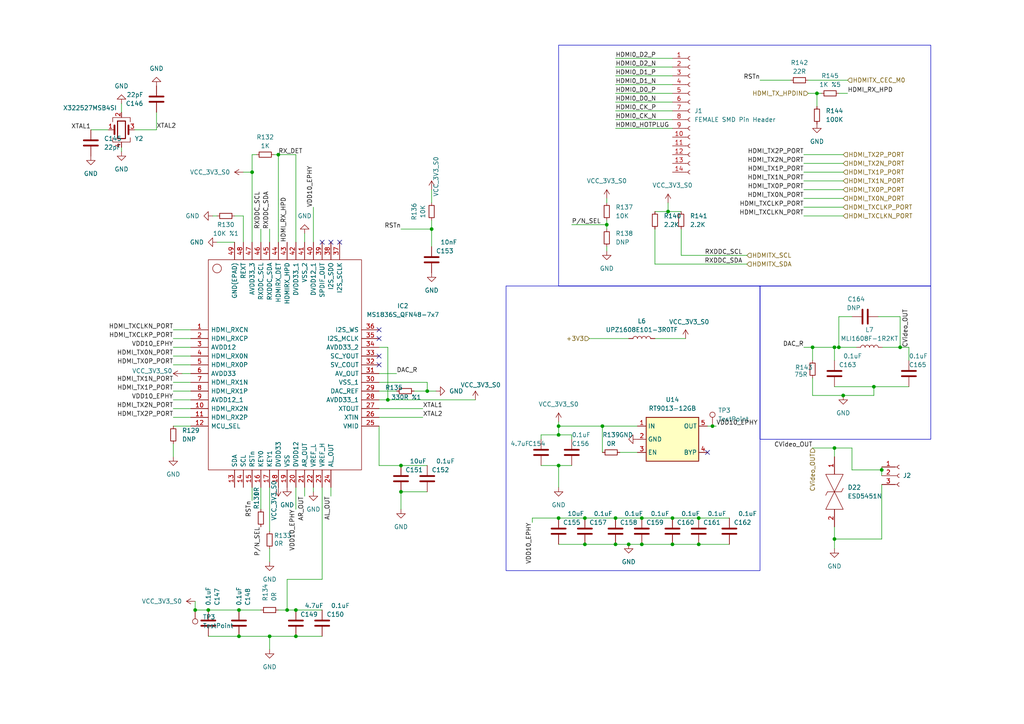
<source format=kicad_sch>
(kicad_sch (version 20230819) (generator eeschema)
  (paper "A4")
  (junction (at 253.4574 112.1637))
  (junction (at 80.7374 44.8537))
  (junction (at 116.2974 142.6437))
  (junction (at 202.6574 157.8837))
  (junction (at 169.6374 150.2637))
  (junction (at 175.9874 65.1737))
  (junction (at 123.9174 113.4337))
  (junction (at 73.1174 49.9337))
  (junction (at 206.6461 123.5937))
  (junction (at 261.0774 100.7337))
  (junction (at 195.0374 157.8837))
  (junction (at 186.1474 150.2637))
  (junction (at 125.1874 66.4437))
  (junction (at 178.5274 157.8837))
  (junction (at 202.6574 150.2637))
  (junction (at 60.4174 176.9337))
  (junction (at 178.5274 150.2637))
  (junction (at 242.0274 156.3403))
  (junction (at 255.7436 136.2937))
  (junction (at 186.1474 157.8837))
  (junction (at 83.2774 176.9337))
  (junction (at 162.0174 126.1337))
  (junction (at 85.8174 184.5537))
  (junction (at 169.6374 157.8837))
  (junction (at 69.3074 184.5537))
  (junction (at 162.0174 123.5937))
  (junction (at 244.5674 114.7037))
  (junction (at 242.0274 129.9437))
  (junction (at 243.2974 100.7337))
  (junction (at 78.1974 184.5537))
  (junction (at 112.4874 115.9737))
  (junction (at 236.9474 27.0737))
  (junction (at 162.0174 150.2637))
  (junction (at 56.6074 176.9337))
  (junction (at 242.0274 100.7337))
  (junction (at 193.7674 61.3637))
  (junction (at 235.6774 100.7337))
  (junction (at 162.0174 135.0237))
  (junction (at 174.7174 123.5937))
  (junction (at 85.8174 176.9337))
  (junction (at 116.2974 135.0237))
  (junction (at 69.3074 176.9337))
  (junction (at 182.3374 157.8837))
  (junction (at 195.0374 150.2637))
  (no_connect (at 109.9474 98.1937))
  (no_connect (at 98.5174 70.2537))
  (no_connect (at 205.1974 131.2137))
  (no_connect (at 109.9474 95.6537))
  (no_connect (at 109.9474 105.8137))
  (no_connect (at 109.9474 103.2737))
  (no_connect (at 95.9774 70.2537))
  (no_connect (at 93.4374 70.2537))
  (wire (pts (xy 169.6374 157.8837) (xy 178.5274 157.8837)))
  (wire (pts (xy 50.2574 118.5137) (xy 55.3374 118.5137)))
  (wire (pts (xy 233.1374 57.5537) (xy 244.5674 57.5537)))
  (wire (pts (xy 169.6374 150.2637) (xy 178.5274 150.2637)))
  (wire (pts (xy 235.6774 114.7037) (xy 235.6774 109.6237)))
  (wire (pts (xy 122.6474 121.0537) (xy 109.9474 121.0537)))
  (wire (pts (xy 174.7174 123.5937) (xy 174.7174 131.2137)))
  (wire (pts (xy 137.8874 115.9737) (xy 112.4874 115.9737)))
  (wire (pts (xy 61.6874 62.6337) (xy 62.9574 62.6337)))
  (wire (pts (xy 179.7974 131.2137) (xy 184.8774 131.2137)))
  (wire (pts (xy 175.9874 65.1737) (xy 175.9874 63.9037)))
  (wire (pts (xy 126.4574 113.4337) (xy 123.9174 113.4337)))
  (wire (pts (xy 120.1074 113.4337) (xy 123.9174 113.4337)))
  (wire (pts (xy 85.8174 176.9337) (xy 83.2774 176.9337)))
  (wire (pts (xy 156.9374 135.0237) (xy 162.0174 135.0237)))
  (wire (pts (xy 73.1174 44.8537) (xy 73.1174 49.9337)))
  (wire (pts (xy 39.045 37.6506) (xy 45.395 37.6506)))
  (wire (pts (xy 165.8274 65.1737) (xy 175.9874 65.1737)))
  (wire (pts (xy 75.6574 147.7237) (xy 75.6574 141.3737)))
  (wire (pts (xy 263.6174 100.7337) (xy 263.6174 104.5437)))
  (wire (pts (xy 109.9474 100.7337) (xy 112.4874 100.7337)))
  (wire (pts (xy 60.4174 176.9337) (xy 56.6074 176.9337)))
  (wire (pts (xy 88.3574 67.7137) (xy 88.3574 70.2537)))
  (wire (pts (xy 235.6774 129.9437) (xy 242.0274 129.9437)))
  (wire (pts (xy 50.2574 113.4337) (xy 55.3374 113.4337)))
  (wire (pts (xy 235.6774 104.5437) (xy 235.6774 100.7337)))
  (wire (pts (xy 83.2774 176.9337) (xy 80.7374 176.9337)))
  (wire (pts (xy 255.7436 136.2937) (xy 255.7436 137.9873)))
  (wire (pts (xy 193.7674 61.3637) (xy 197.5774 61.3637)))
  (wire (pts (xy 243.2974 91.8437) (xy 243.2974 100.7337)))
  (wire (pts (xy 202.6574 150.2637) (xy 211.5474 150.2637)))
  (wire (pts (xy 116.2974 142.6437) (xy 123.9174 142.6437)))
  (wire (pts (xy 69.3074 184.5537) (xy 78.1974 184.5537)))
  (wire (pts (xy 69.3074 176.9337) (xy 60.4174 176.9337)))
  (wire (pts (xy 244.5674 114.7037) (xy 253.4574 114.7037)))
  (wire (pts (xy 116.2974 147.7237) (xy 116.2974 142.6437)))
  (wire (pts (xy 178.5274 29.6137) (xy 195.0374 29.6137)))
  (wire (pts (xy 156.9374 126.1337) (xy 162.0174 126.1337)))
  (wire (pts (xy 112.4874 115.9737) (xy 109.9474 115.9737)))
  (wire (pts (xy 50.2574 95.6537) (xy 55.3374 95.6537)))
  (wire (pts (xy 70.5774 62.6337) (xy 68.0374 62.6337)))
  (wire (pts (xy 233.1374 49.9337) (xy 244.5674 49.9337)))
  (wire (pts (xy 178.5274 37.2337) (xy 195.0374 37.2337)))
  (wire (pts (xy 247.1074 136.2937) (xy 247.1074 129.9437)))
  (wire (pts (xy 162.0174 126.1337) (xy 165.8274 126.1337)))
  (wire (pts (xy 193.7674 58.8237) (xy 193.7674 61.3637)))
  (wire (pts (xy 233.1374 62.6337) (xy 244.5674 62.6337)))
  (wire (pts (xy 50.2574 123.5937) (xy 55.3374 123.5937)))
  (wire (pts (xy 50.2574 100.7337) (xy 55.3374 100.7337)))
  (wire (pts (xy 165.8274 126.1337) (xy 165.8274 127.4037)))
  (wire (pts (xy 50.2574 121.0537) (xy 55.3374 121.0537)))
  (wire (pts (xy 45.395 32.5706) (xy 45.395 37.6506)))
  (wire (pts (xy 255.7436 140.5273) (xy 255.7436 156.3403)))
  (wire (pts (xy 123.9174 110.8937) (xy 123.9174 113.4337)))
  (wire (pts (xy 125.1874 71.5237) (xy 125.1874 66.4437)))
  (wire (pts (xy 255.9974 100.7337) (xy 261.0774 100.7337)))
  (wire (pts (xy 186.1474 150.2637) (xy 195.0374 150.2637)))
  (wire (pts (xy 85.8174 184.5537) (xy 93.4374 184.5537)))
  (wire (pts (xy 178.5274 24.5337) (xy 195.0374 24.5337)))
  (wire (pts (xy 50.2574 115.9737) (xy 55.3374 115.9737)))
  (wire (pts (xy 75.6574 66.4437) (xy 75.6574 70.2537)))
  (wire (pts (xy 174.7174 123.5937) (xy 184.8774 123.5937)))
  (wire (pts (xy 243.2974 100.7337) (xy 242.0274 100.7337)))
  (wire (pts (xy 78.1974 66.4437) (xy 78.1974 70.2537)))
  (wire (pts (xy 112.4874 100.7337) (xy 112.4874 115.9737)))
  (wire (pts (xy 162.0174 157.8837) (xy 169.6374 157.8837)))
  (wire (pts (xy 261.0774 91.8437) (xy 254.7274 91.8437)))
  (wire (pts (xy 242.0274 152.8037) (xy 242.0274 156.3403)))
  (wire (pts (xy 35.235 30.0306) (xy 35.235 32.5706)))
  (wire (pts (xy 78.1974 159.1537) (xy 78.1974 162.9637)))
  (wire (pts (xy 80.7374 44.8537) (xy 80.7374 70.2537)))
  (wire (pts (xy 178.5274 157.8837) (xy 182.3374 157.8837)))
  (wire (pts (xy 122.6474 118.5137) (xy 109.9474 118.5137)))
  (wire (pts (xy 90.8974 60.0937) (xy 90.8974 70.2537)))
  (wire (pts (xy 255.7436 135.4473) (xy 255.7436 136.2937)))
  (wire (pts (xy 73.1174 44.8537) (xy 74.3874 44.8537)))
  (wire (pts (xy 195.0374 150.2637) (xy 202.6574 150.2637)))
  (wire (pts (xy 236.9474 27.0737) (xy 238.2174 27.0737)))
  (wire (pts (xy 154.3974 151.5337) (xy 154.3974 150.2637)))
  (wire (pts (xy 178.5274 21.9937) (xy 195.0374 21.9937)))
  (wire (pts (xy 162.0174 122.3237) (xy 162.0174 123.5937)))
  (wire (pts (xy 253.4574 112.1637) (xy 253.4574 114.7037)))
  (wire (pts (xy 156.9374 127.4037) (xy 156.9374 126.1337)))
  (wire (pts (xy 78.1974 154.0737) (xy 78.1974 141.3737)))
  (wire (pts (xy 78.1974 184.5537) (xy 85.8174 184.5537)))
  (wire (pts (xy 115.0274 113.4337) (xy 109.9474 113.4337)))
  (wire (pts (xy 88.3574 143.9137) (xy 88.3574 141.3737)))
  (wire (pts (xy 178.5274 32.1537) (xy 195.0374 32.1537)))
  (wire (pts (xy 162.0174 123.5937) (xy 174.7174 123.5937)))
  (wire (pts (xy 233.1374 52.4737) (xy 244.5674 52.4737)))
  (wire (pts (xy 247.1074 136.2937) (xy 255.7436 136.2937)))
  (wire (pts (xy 261.0774 100.7337) (xy 263.6174 100.7337)))
  (wire (pts (xy 50.2574 98.1937) (xy 55.3374 98.1937)))
  (wire (pts (xy 234.4074 27.0737) (xy 236.9474 27.0737)))
  (wire (pts (xy 93.4374 141.3737) (xy 93.4374 168.0437)))
  (wire (pts (xy 202.6574 157.8837) (xy 211.5474 157.8837)))
  (wire (pts (xy 242.0274 156.3403) (xy 242.0274 159.1537)))
  (wire (pts (xy 189.9574 61.3637) (xy 193.7674 61.3637)))
  (wire (pts (xy 93.4374 168.0437) (xy 83.2774 168.0437)))
  (wire (pts (xy 115.0274 108.3537) (xy 109.9474 108.3537)))
  (wire (pts (xy 242.0274 112.1637) (xy 253.4574 112.1637)))
  (wire (pts (xy 123.9174 135.0237) (xy 116.2974 135.0237)))
  (wire (pts (xy 248.3774 100.7337) (xy 243.2974 100.7337)))
  (wire (pts (xy 70.5774 62.6337) (xy 70.5774 70.2537)))
  (wire (pts (xy 242.0274 129.9437) (xy 242.0274 132.4837)))
  (wire (pts (xy 178.5274 150.2637) (xy 186.1474 150.2637)))
  (wire (pts (xy 50.2574 103.2737) (xy 55.3374 103.2737)))
  (wire (pts (xy 83.2774 168.0437) (xy 83.2774 176.9337)))
  (wire (pts (xy 178.5274 34.6937) (xy 195.0374 34.6937)))
  (wire (pts (xy 85.8174 70.2537) (xy 85.8174 44.8537)))
  (wire (pts (xy 50.2574 132.4837) (xy 50.2574 128.6737)))
  (wire (pts (xy 79.4674 44.8537) (xy 80.7374 44.8537)))
  (wire (pts (xy 189.9574 76.6037) (xy 216.6274 76.6037)))
  (wire (pts (xy 170.9074 98.1937) (xy 182.3374 98.1937)))
  (wire (pts (xy 195.0374 157.8837) (xy 202.6574 157.8837)))
  (wire (pts (xy 247.1074 129.9437) (xy 242.0274 129.9437)))
  (wire (pts (xy 236.9474 30.8837) (xy 236.9474 27.0737)))
  (wire (pts (xy 95.9774 143.9137) (xy 95.9774 141.3737)))
  (wire (pts (xy 175.9874 72.7937) (xy 175.9874 71.5237)))
  (wire (pts (xy 62.9574 70.2537) (xy 68.0374 70.2537)))
  (wire (pts (xy 234.4074 23.2637) (xy 245.8374 23.2637)))
  (wire (pts (xy 73.1174 70.2537) (xy 73.1174 49.9337)))
  (wire (pts (xy 26.345 37.6506) (xy 31.425 37.6506)))
  (wire (pts (xy 197.5774 74.0637) (xy 216.6274 74.0637)))
  (wire (pts (xy 189.9574 66.4437) (xy 189.9574 76.6037)))
  (wire (pts (xy 235.6774 100.7337) (xy 242.0274 100.7337)))
  (wire (pts (xy 35.235 44.0006) (xy 35.235 42.7306)))
  (wire (pts (xy 261.0774 91.8437) (xy 261.0774 100.7337)))
  (wire (pts (xy 75.6574 176.9337) (xy 69.3074 176.9337)))
  (wire (pts (xy 233.1374 47.3937) (xy 244.5674 47.3937)))
  (wire (pts (xy 56.6074 176.9337) (xy 56.6074 174.3937)))
  (wire (pts (xy 178.5274 19.4537) (xy 195.0374 19.4537)))
  (wire (pts (xy 243.2974 91.8437) (xy 247.1074 91.8437)))
  (wire (pts (xy 233.1374 55.0137) (xy 244.5674 55.0137)))
  (wire (pts (xy 233.1374 60.0937) (xy 244.5674 60.0937)))
  (wire (pts (xy 125.1874 66.4437) (xy 125.1874 63.9037)))
  (wire (pts (xy 206.6461 123.5937) (xy 205.1974 123.5937)))
  (wire (pts (xy 109.9474 110.8937) (xy 123.9174 110.8937)))
  (wire (pts (xy 242.0274 156.3403) (xy 255.7436 156.3403)))
  (wire (pts (xy 197.5774 66.4437) (xy 197.5774 74.0637)))
  (wire (pts (xy 175.9874 58.8237) (xy 175.9874 57.5537)))
  (wire (pts (xy 90.8974 142.6437) (xy 90.8974 141.3737)))
  (wire (pts (xy 178.5274 27.0737) (xy 195.0374 27.0737)))
  (wire (pts (xy 178.5274 16.9137) (xy 195.0374 16.9137)))
  (wire (pts (xy 116.2974 66.4437) (xy 125.1874 66.4437)))
  (wire (pts (xy 60.4174 184.5537) (xy 69.3074 184.5537)))
  (wire (pts (xy 78.1974 188.3637) (xy 78.1974 184.5537)))
  (wire (pts (xy 162.0174 135.0237) (xy 165.8274 135.0237)))
  (wire (pts (xy 85.8174 44.8537) (xy 80.7374 44.8537)))
  (wire (pts (xy 73.1174 49.9337) (xy 70.5774 49.9337)))
  (wire (pts (xy 116.2974 135.0237) (xy 109.9474 135.0237)))
  (wire (pts (xy 109.9474 135.0237) (xy 109.9474 123.5937)))
  (wire (pts (xy 182.3374 157.8837) (xy 186.1474 157.8837)))
  (wire (pts (xy 93.4374 176.9337) (xy 85.8174 176.9337)))
  (wire (pts (xy 189.9574 98.1937) (xy 198.8474 98.1937)))
  (wire (pts (xy 242.0274 100.7337) (xy 242.0274 104.5437)))
  (wire (pts (xy 50.2574 105.8137) (xy 55.3374 105.8137)))
  (wire (pts (xy 162.0174 123.5937) (xy 162.0174 126.1337)))
  (wire (pts (xy 243.2974 27.0737) (xy 245.8374 27.0737)))
  (wire (pts (xy 73.1174 145.1837) (xy 73.1174 141.3737)))
  (wire (pts (xy 186.1474 157.8837) (xy 195.0374 157.8837)))
  (wire (pts (xy 233.1374 44.8537) (xy 244.5674 44.8537)))
  (wire (pts (xy 50.2574 110.8937) (xy 55.3374 110.8937)))
  (wire (pts (xy 175.9874 66.4437) (xy 175.9874 65.1737)))
  (wire (pts (xy 125.1874 58.8237) (xy 125.1874 55.0137)))
  (wire (pts (xy 52.7974 108.3537) (xy 55.3374 108.3537)))
  (wire (pts (xy 162.0174 135.0237) (xy 162.0174 141.3737)))
  (wire (pts (xy 85.8174 147.7237) (xy 85.8174 141.3737)))
  (wire (pts (xy 253.4574 112.1637) (xy 263.6174 112.1637)))
  (wire (pts (xy 235.6774 114.7037) (xy 244.5674 114.7037)))
  (wire (pts (xy 220.4374 23.2637) (xy 229.3274 23.2637)))
  (wire (pts (xy 235.6774 100.7337) (xy 233.1374 100.7337)))
  (wire (pts (xy 207.7374 123.5937) (xy 206.6461 123.5937)))
  (wire (pts (xy 162.0174 150.2637) (xy 169.6374 150.2637)))
  (wire (pts (xy 154.3974 150.2637) (xy 162.0174 150.2637)))
  (rectangle (start 146.7774 82.9537) (end 220.4374 165.5037))
  (rectangle (start 220.4374 82.9537) (end 269.9674 127.4037))
  (rectangle (start 162.0174 13.1037) (end 269.9674 82.9537))
  (label "CVideo_OUT" (at 263.6174 100.7337 90))
  (label "HDMI0_CK_N" (at 178.5274 34.6937 0))
  (label "P{slash}N_SEL" (at 75.6574 152.8037 270))
  (label "XTAL1" (at 26.345 37.6506 180))
  (label "HDMI_TXCLKP_PORT" (at 233.1374 60.0937 180))
  (label "HDMI0_D1_P" (at 178.5274 21.9937 0))
  (label "HDMI_TXCLKP_PORT" (at 50.2574 98.1937 180))
  (label "HDMI_TX1P_PORT" (at 50.2574 113.4337 180))
  (label "RSTn" (at 73.1174 145.1837 270))
  (label "HDMI0_D1_N" (at 178.5274 24.5337 0))
  (label "P{slash}N_SEL" (at 165.8274 65.1737 0))
  (label "DAC_R" (at 233.1374 100.7337 180))
  (label "RXDDC_SCL" (at 215.3574 74.0637 180))
  (label "HDMI_TX1P_PORT" (at 233.1374 49.9337 180))
  (label "DAC_R" (at 115.0274 108.3537 0))
  (label "HDMI0_D2_P" (at 178.5274 16.9137 0))
  (label "VDD10_EPHY" (at 85.8174 147.7237 270))
  (label "AL_OUT" (at 95.9774 143.9137 270))
  (label "RSTn" (at 220.4374 23.2637 180))
  (label "HDMI_TX0P_PORT" (at 50.2574 105.8137 180))
  (label "HDMI0_D2_N" (at 178.5274 19.4537 0))
  (label "VDD10_EPHY" (at 50.2574 115.9737 180))
  (label "HDMI_TX2N_PORT" (at 233.1374 47.3937 180))
  (label "HDMI0_HOTPLUG" (at 178.5274 37.2337 0))
  (label "HDMI0_D0_N" (at 178.5274 29.6137 0))
  (label "VDD10_EPHY" (at 207.7374 123.5937 0))
  (label "CVideo_OUT" (at 235.6774 129.9437 180))
  (label "HDMI_TX1N_PORT" (at 50.2574 110.8937 180))
  (label "HDMI_TX1N_PORT" (at 233.1374 52.4737 180))
  (label "HDMI_TX0N_PORT" (at 50.2574 103.2737 180))
  (label "HDMI_TX0N_PORT" (at 233.1374 57.5537 180))
  (label "VDD10_EPHY" (at 154.3974 151.5337 270))
  (label "HDMI0_CK_P" (at 178.5274 32.1537 0))
  (label "HDMI_TX2N_PORT" (at 50.2574 118.5137 180))
  (label "RXDDC_SDA" (at 215.3574 76.6037 180))
  (label "HDMI_TXCLKN_PORT" (at 50.2574 95.6537 180))
  (label "RSTn" (at 116.2974 66.4437 180))
  (label "RXDDC_SDA" (at 78.1974 66.4437 90))
  (label "VDD10_EPHY" (at 90.8974 60.0937 90))
  (label "XTAL2" (at 122.6474 121.0537 0))
  (label "XTAL1" (at 122.6474 118.5137 0))
  (label "HDMI0_D0_P" (at 178.5274 27.0737 0))
  (label "XTAL2" (at 45.395 37.4969 0))
  (label "HDMI_RX_HPD" (at 245.8374 27.0737 0))
  (label "RX_DET" (at 80.7374 44.8537 0))
  (label "HDMI_RX_HPD" (at 83.2774 70.2537 90))
  (label "HDMI_TX2P_PORT" (at 50.2574 121.0537 180))
  (label "AR_OUT" (at 88.3574 143.9137 270))
  (label "HDMI_TX2P_PORT" (at 233.1374 44.8537 180))
  (label "HDMI_TXCLKN_PORT" (at 233.1374 62.6337 180))
  (label "VDD10_EPHY" (at 50.2574 100.7337 180))
  (label "HDMI_TX0P_PORT" (at 233.1374 55.0137 180))
  (label "RXDDC_SCL" (at 75.6574 66.4437 90))
  (hierarchical_label "HDMI_TX0P_PORT" (shape input) (at 244.5674 55.0137 0))
  (hierarchical_label "HDMITX_CEC_M0" (shape input) (at 245.8374 23.2637 0))
  (hierarchical_label "HDMI_TX1P_PORT" (shape input) (at 244.5674 49.9337 0))
  (hierarchical_label "+3V3" (shape input) (at 170.9074 98.1937 180))
  (hierarchical_label "HDMI_TXCLKN_PORT" (shape input) (at 244.5674 62.6337 0))
  (hierarchical_label "HDMITX_SDA" (shape input) (at 216.6274 76.6037 0))
  (hierarchical_label "HDMI_TX2P_PORT" (shape input) (at 244.5674 44.8537 0))
  (hierarchical_label "HDMI_TX_HPDIN" (shape input) (at 234.4074 27.0737 180))
  (hierarchical_label "HDMI_TX1N_PORT" (shape input) (at 244.5674 52.4737 0))
  (hierarchical_label "HDMI_TX0N_PORT" (shape input) (at 244.5674 57.5537 0))
  (hierarchical_label "HDMITX_SCL" (shape input) (at 216.6274 74.0637 0))
  (hierarchical_label "HDMI_TXCLKP_PORT" (shape input) (at 244.5674 60.0937 0))
  (hierarchical_label "HDMI_TX2N_PORT" (shape input) (at 244.5674 47.3937 0))
  (hierarchical_label "CVideo_OUT" (shape input) (at 235.6774 129.9437 270))
  (symbol (lib_id "power:GND") (at 236.9474 35.9637 0) (unit 1)
    (property "Reference" "#PWR0188" (effects hide))
    (property "Value" "GND" (at 236.9474 41.0437 0))
    (property "Description" "Power symbol creates a global label with name \"GND\" , ground" (effects hide))
    (instances (project "RP2040_minimal" (path "" (reference "#PWR0188") (unit 1))) (project "HDMI_CVBS" (path "" (reference "#PWR087") (unit 1))) (project "HDMI_CVBS" (path "" (reference "#PWR08") (unit 1))))
  )
  (symbol (lib_id "Device:R_Small") (at 236.9474 33.4237 0) (unit 1)
    (property "Reference" "R144" (at 239.4874 32.1537 0) (effects (justify left)))
    (property "Value" "100K" (at 239.4874 34.6937 0) (effects (justify left)))
    (property "Footprint" "Resistor_SMD:R_0603_1608Metric" (effects hide))
    (property "Description" "Resistor, small symbol" (effects hide))
    (instances (project "RP2040_minimal" (path "" (reference "R144") (unit 1))) (project "HDMI_CVBS" (path "" (reference "R50") (unit 1))) (project "HDMI_CVBS" (path "" (reference "R7") (unit 1))))
  )
  (symbol (lib_id "Device:R_Small") (at 240.7574 27.0737 270) (unit 1)
    (property "Reference" "R145" (at 240.7574 21.9937 90))
    (property "Value" "1K %5" (at 240.7574 24.5337 90))
    (property "Footprint" "Resistor_SMD:R_0603_1608Metric" (effects hide))
    (property "Description" "Resistor, small symbol" (effects hide))
    (instances (project "RP2040_minimal" (path "" (reference "R145") (unit 1))) (project "HDMI_CVBS" (path "" (reference "R51") (unit 1))) (project "HDMI_CVBS" (path "" (reference "R6") (unit 1))))
  )
  (symbol (lib_id "Device:C") (at 165.8274 131.2137 0) (unit 1)
    (property "Reference" "C156" (at 165.8274 128.6737 0) (effects (justify left)))
    (property "Value" "0.1uF" (at 165.8274 126.1337 0) (effects (justify left)))
    (property "Footprint" "Capacitor_SMD:C_0603_1608Metric" (effects hide))
    (property "Description" "Unpolarized capacitor" (effects hide))
    (instances (project "RP2040_minimal" (path "" (reference "C156") (unit 1))) (project "HDMI_CVBS" (path "" (reference "C73") (unit 1))) (project "HDMI_CVBS" (path "" (reference "C4") (unit 1))))
  )
  (symbol (lib_id "power:GND") (at 244.5674 114.7037 0) (unit 1)
    (property "Reference" "#PWR0190" (effects hide))
    (property "Value" "GND" (at 244.5674 119.7837 0))
    (property "Description" "Power symbol creates a global label with name \"GND\" , ground" (effects hide))
    (instances (project "RP2040_minimal" (path "" (reference "#PWR0190") (unit 1))) (project "HDMI_CVBS" (path "" (reference "#PWR089") (unit 1))) (project "HDMI_CVBS" (path "" (reference "#PWR015") (unit 1))))
  )
  (symbol (lib_id "Device:C") (at 156.9374 131.2137 0) (unit 1)
    (property "Reference" "C154" (at 153.1274 128.6737 0) (effects (justify left)))
    (property "Value" "4.7uF" (at 148.0474 128.6737 0) (effects (justify left)))
    (property "Footprint" "Capacitor_SMD:C_0603_1608Metric" (effects hide))
    (property "Description" "Unpolarized capacitor" (effects hide))
    (instances (project "RP2040_minimal" (path "" (reference "C154") (unit 1))) (project "HDMI_CVBS" (path "" (reference "C71") (unit 1))) (project "HDMI_CVBS" (path "" (reference "C3") (unit 1))))
  )
  (symbol (lib_id "power:GND") (at 126.4574 113.4337 90) (unit 1)
    (property "Reference" "#PWR0166" (effects hide))
    (property "Value" "GND" (at 130.2674 113.4337 90) (effects (justify right)))
    (property "Description" "Power symbol creates a global label with name \"GND\" , ground" (effects hide))
    (instances (project "RP2040_minimal" (path "" (reference "#PWR0166") (unit 1))) (project "HDMI_CVBS" (path "" (reference "#PWR075") (unit 1))) (project "HDMI_CVBS" (path "" (reference "#PWR027") (unit 1))))
  )
  (symbol (lib_id "power:GND") (at 61.6874 62.6337 270) (unit 1)
    (property "Reference" "#PWR0150" (effects hide))
    (property "Value" "GND" (at 57.8774 62.6337 90) (effects (justify right)))
    (property "Description" "Power symbol creates a global label with name \"GND\" , ground" (effects hide))
    (instances (project "RP2040_minimal" (path "" (reference "#PWR0150") (unit 1))) (project "HDMI_CVBS" (path "" (reference "#PWR064") (unit 1))) (project "HDMI_CVBS" (path "" (reference "#PWR032") (unit 1))))
  )
  (symbol (lib_id "Connector:Conn_01x03_Socket") (at 260.8236 137.9873 0) (unit 1)
    (property "Reference" "J2" (at 261.874 137.922 0) (effects (justify left)))
    (property "Value" "Phono RCA Jack Mono Connector Solder (Boktech advise)" (effects hide))
    (property "Footprint" "AV_CONNECTOR:AV_CON" (effects hide))
    (property "Description" "Generic connector, single row, 01x03, script generated" (effects hide))
  )
  (symbol (lib_id "power:GND") (at 35.235 30.0306 180) (unit 1)
    (property "Reference" "#PWR07" (effects hide))
    (property "Value" "GND" (at 35.235 24.9506 0))
    (property "Description" "Power symbol creates a global label with name \"GND\" , ground" (effects hide))
    (instances (project "RP2040_minimal" (path "" (reference "#PWR07") (unit 1))) (project "HDMI_CVBS" (path "" (reference "#PWR058") (unit 1))) (project "HDMI_CVBS" (path "" (reference "#PWR02") (unit 1))))
  )
  (symbol (lib_id "Device:R_Small") (at 76.9274 44.8537 90) (unit 1)
    (property "Reference" "R132" (at 76.9274 39.7737 90))
    (property "Value" "1K" (at 76.9274 42.3137 90))
    (property "Footprint" "Resistor_SMD:R_0603_1608Metric" (effects hide))
    (property "Description" "Resistor, small symbol" (effects hide))
    (instances (project "RP2040_minimal" (path "" (reference "R132") (unit 1))) (project "HDMI_CVBS" (path "" (reference "R38") (unit 1))) (project "HDMI_CVBS" (path "" (reference "R17") (unit 1))))
  )
  (symbol (lib_id "power:GND") (at 125.1874 79.1437 0) (unit 1)
    (property "Reference" "#PWR0165" (effects hide))
    (property "Value" "GND" (at 125.1874 84.2237 0))
    (property "Description" "Power symbol creates a global label with name \"GND\" , ground" (effects hide))
    (instances (project "RP2040_minimal" (path "" (reference "#PWR0165") (unit 1))) (project "HDMI_CVBS" (path "" (reference "#PWR077") (unit 1))) (project "HDMI_CVBS" (path "" (reference "#PWR029") (unit 1))))
  )
  (symbol (lib_id "Device:R_Small") (at 197.5774 63.9037 180) (unit 1)
    (property "Reference" "R141" (at 200.1174 62.6337 0) (effects (justify right)))
    (property "Value" "2.2K" (at 200.1174 65.1737 0) (effects (justify right)))
    (property "Footprint" "Resistor_SMD:R_0603_1608Metric" (effects hide))
    (property "Description" "Resistor, small symbol" (effects hide))
    (instances (project "RP2040_minimal" (path "" (reference "R141") (unit 1))) (project "HDMI_CVBS" (path "" (reference "R47") (unit 1))) (project "HDMI_CVBS" (path "" (reference "R1") (unit 1))))
  )
  (symbol (lib_id "Device:R_Small") (at 50.2574 126.1337 180) (unit 1)
    (property "Reference" "R129" (at 52.7974 124.8637 0) (effects (justify right)))
    (property "Value" "DNP" (at 52.7974 127.4037 0) (effects (justify right)))
    (property "Footprint" "Resistor_SMD:R_0402_1005Metric" (effects hide))
    (property "Description" "Resistor, small symbol" (effects hide))
    (instances (project "RP2040_minimal" (path "" (reference "R129") (unit 1))) (project "HDMI_CVBS" (path "" (reference "R35") (unit 1))) (project "HDMI_CVBS" (path "" (reference "R10") (unit 1))))
  )
  (symbol (lib_id "power:VCC") (at 70.5774 49.9337 90) (unit 1)
    (property "Reference" "#PWR0154" (effects hide))
    (property "Value" "VCC_3V3_S0" (at 66.7674 49.9337 90) (effects (justify left)))
    (property "Description" "Power symbol creates a global label with name \"VCC\"" (effects hide))
    (instances (project "RP2040_minimal" (path "" (reference "#PWR0154") (unit 1))) (project "HDMI_CVBS" (path "" (reference "#PWR066") (unit 1))) (project "HDMI_CVBS" (path "" (reference "#PWR031") (unit 1))))
  )
  (symbol (lib_id "power:VCC") (at 162.0174 122.3237 0) (unit 1)
    (property "Reference" "#PWR0170" (effects hide))
    (property "Value" "VCC_3V3_S0" (at 162.0174 117.2437 0))
    (property "Description" "Power symbol creates a global label with name \"VCC\"" (effects hide))
    (instances (project "RP2040_minimal" (path "" (reference "#PWR0170") (unit 1))) (project "HDMI_CVBS" (path "" (reference "#PWR078") (unit 1))) (project "HDMI_CVBS" (path "" (reference "#PWR011") (unit 1))))
  )
  (symbol (lib_id "power:VCC") (at 80.7374 141.3737 180) (unit 1)
    (property "Reference" "#PWR0157" (effects hide))
    (property "Value" "VCC_3V3_S0" (at 79.4674 145.1837 90))
    (property "Description" "Power symbol creates a global label with name \"VCC\"" (effects hide))
    (instances (project "RP2040_minimal" (path "" (reference "#PWR0157") (unit 1))) (project "HDMI_CVBS" (path "" (reference "#PWR069") (unit 1))) (project "HDMI_CVBS" (path "" (reference "#PWR020") (unit 1))))
  )
  (symbol (lib_id "power:VCC") (at 198.8474 98.1937 0) (unit 1)
    (property "Reference" "#PWR0187" (effects hide))
    (property "Value" "VCC_3V3_S0" (at 194.0214 93.3677 0) (effects (justify left)))
    (property "Description" "Power symbol creates a global label with name \"VCC\"" (effects hide))
    (instances (project "RP2040_minimal" (path "" (reference "#PWR0187") (unit 1))) (project "HDMI_CVBS" (path "" (reference "#PWR085") (unit 1))) (project "HDMI_CVBS" (path "" (reference "#PWR09") (unit 1))))
  )
  (symbol (lib_id "Device:C") (at 26.345 41.4606 0) (unit 1)
    (property "Reference" "C145" (at 30.155 40.1906 0) (effects (justify left)))
    (property "Value" "22pF" (at 30.155 42.7306 0) (effects (justify left)))
    (property "Footprint" "Capacitor_SMD:C_0603_1608Metric" (effects hide))
    (property "Description" "Unpolarized capacitor" (effects hide))
    (instances (project "RP2040_minimal" (path "" (reference "C145") (unit 1))) (project "HDMI_CVBS" (path "" (reference "C62") (unit 1))) (project "HDMI_CVBS" (path "" (reference "C1") (unit 1))))
  )
  (symbol (lib_id "Device:C") (at 178.5274 154.0737 0) (unit 1)
    (property "Reference" "C158" (at 179.7974 151.5337 0) (effects (justify left)))
    (property "Value" "0.1uF" (at 181.0674 148.9937 0) (effects (justify left)))
    (property "Footprint" "Capacitor_SMD:C_0603_1608Metric" (effects hide))
    (property "Description" "Unpolarized capacitor" (effects hide))
    (instances (project "RP2040_minimal" (path "" (reference "C158") (unit 1))) (project "HDMI_CVBS" (path "" (reference "C75") (unit 1))) (project "HDMI_CVBS" (path "" (reference "C7") (unit 1))))
  )
  (symbol (lib_id "power:GND") (at 90.8974 142.6437 0) (unit 1)
    (property "Reference" "#PWR0160" (effects hide))
    (property "Value" "GND" (at 90.8974 147.7237 0))
    (property "Description" "Power symbol creates a global label with name \"GND\" , ground" (effects hide))
    (instances (project "RP2040_minimal" (path "" (reference "#PWR0160") (unit 1))) (project "HDMI_CVBS" (path "" (reference "#PWR072") (unit 1))) (project "HDMI_CVBS" (path "" (reference "#PWR022") (unit 1))))
  )
  (symbol (lib_id "power:VCC") (at 52.7974 108.3537 90) (unit 1)
    (property "Reference" "#PWR0140" (effects hide))
    (property "Value" "VCC_3V3_S0" (at 50.0034 107.5917 90) (effects (justify left)))
    (property "Description" "Power symbol creates a global label with name \"VCC\"" (effects hide))
    (instances (project "RP2040_minimal" (path "" (reference "#PWR0140") (unit 1))) (project "HDMI_CVBS" (path "" (reference "#PWR062") (unit 1))) (project "HDMI_CVBS" (path "" (reference "#PWR017") (unit 1))))
  )
  (symbol (lib_id "power:GND") (at 62.9574 70.2537 270) (unit 1)
    (property "Reference" "#PWR0153" (effects hide))
    (property "Value" "GND" (at 59.1474 70.2537 90) (effects (justify right)))
    (property "Description" "Power symbol creates a global label with name \"GND\" , ground" (effects hide))
    (instances (project "RP2040_minimal" (path "" (reference "#PWR0153") (unit 1))) (project "HDMI_CVBS" (path "" (reference "#PWR065") (unit 1))) (project "HDMI_CVBS" (path "" (reference "#PWR030") (unit 1))))
  )
  (symbol (lib_id "Device:R_Small") (at 231.8674 23.2637 270) (unit 1)
    (property "Reference" "R142" (at 231.8674 18.1837 90))
    (property "Value" "22R" (at 231.8674 20.7237 90))
    (property "Footprint" "Resistor_SMD:R_0603_1608Metric" (effects hide))
    (property "Description" "Resistor, small symbol" (effects hide))
    (instances (project "RP2040_minimal" (path "" (reference "R142") (unit 1))) (project "HDMI_CVBS" (path "" (reference "R48") (unit 1))) (project "HDMI_CVBS" (path "" (reference "R5") (unit 1))))
  )
  (symbol (lib_id "QFN481:MS1836S_QFN48-7x7") (at 60.4174 95.6537 0) (unit 1)
    (property "Reference" "IC2" (at 116.84 88.7255 0))
    (property "Value" "MS1836S_QFN48-7x7" (at 116.84 91.2655 0))
    (property "Footprint" "Package_DFN_QFN:QFN-48-1EP_7x7mm_P0.5mm_EP5.6x5.6mm" (effects hide))
    (instances (project "RP2040_minimal" (path "" (reference "IC2") (unit 1))) (project "HDMI_CVBS" (path "" (reference "IC2") (unit 1))) (project "HDMI_CVBS" (path "" (reference "IC1") (unit 1))))
  )
  (symbol (lib_id "Device:C") (at 202.6574 154.0737 0) (unit 1)
    (property "Reference" "C161" (at 203.9274 151.5337 0) (effects (justify left)))
    (property "Value" "0.1uF" (at 205.1974 148.9937 0) (effects (justify left)))
    (property "Footprint" "Capacitor_SMD:C_0603_1608Metric" (effects hide))
    (property "Description" "Unpolarized capacitor" (effects hide))
    (instances (project "RP2040_minimal" (path "" (reference "C161") (unit 1))) (project "HDMI_CVBS" (path "" (reference "C78") (unit 1))) (project "HDMI_CVBS" (path "" (reference "C10") (unit 1))))
  )
  (symbol (lib_id "power:VCC") (at 193.7674 58.8237 0) (unit 1)
    (property "Reference" "#PWR0186" (effects hide))
    (property "Value" "VCC_3V3_S0" (at 195.0374 53.7437 0))
    (property "Description" "Power symbol creates a global label with name \"VCC\"" (effects hide))
    (instances (project "RP2040_minimal" (path "" (reference "#PWR0186") (unit 1))) (project "HDMI_CVBS" (path "" (reference "#PWR086") (unit 1))) (project "HDMI_CVBS" (path "" (reference "#PWR05") (unit 1))))
  )
  (symbol (lib_id "Device:C") (at 69.3074 180.7437 0) (unit 1)
    (property "Reference" "C148" (at 71.8474 175.6637 90) (effects (justify left)))
    (property "Value" "0.1uF" (at 69.3074 175.6637 90) (effects (justify left)))
    (property "Footprint" "Capacitor_SMD:C_0603_1608Metric" (effects hide))
    (property "Description" "Unpolarized capacitor" (effects hide))
    (instances (project "RP2040_minimal" (path "" (reference "C148") (unit 1))) (project "HDMI_CVBS" (path "" (reference "C65") (unit 1))) (project "HDMI_CVBS" (path "" (reference "C16") (unit 1))))
  )
  (symbol (lib_id "Device:C") (at 123.9174 138.8337 0) (unit 1)
    (property "Reference" "C152" (at 125.1874 136.2937 0) (effects (justify left)))
    (property "Value" "0.1uF" (at 126.4574 133.7537 0) (effects (justify left)))
    (property "Footprint" "Capacitor_SMD:C_0603_1608Metric" (effects hide))
    (property "Description" "Unpolarized capacitor" (effects hide))
    (instances (project "RP2040_minimal" (path "" (reference "C152") (unit 1))) (project "HDMI_CVBS" (path "" (reference "C69") (unit 1))) (project "HDMI_CVBS" (path "" (reference "C20") (unit 1))))
  )
  (symbol (lib_id "power:GND") (at 162.0174 141.3737 0) (unit 1)
    (property "Reference" "#PWR0171" (effects hide))
    (property "Value" "GND" (at 162.0174 146.4537 0))
    (property "Description" "Power symbol creates a global label with name \"GND\" , ground" (effects hide))
    (instances (project "RP2040_minimal" (path "" (reference "#PWR0171") (unit 1))) (project "HDMI_CVBS" (path "" (reference "#PWR079") (unit 1))) (project "HDMI_CVBS" (path "" (reference "#PWR012") (unit 1))))
  )
  (symbol (lib_id "power:GND") (at 184.8774 127.4037 270) (unit 1)
    (property "Reference" "#PWR0185" (effects hide))
    (property "Value" "GND" (at 183.6074 126.1337 90) (effects (justify right)))
    (property "Description" "Power symbol creates a global label with name \"GND\" , ground" (effects hide))
    (instances (project "RP2040_minimal" (path "" (reference "#PWR0185") (unit 1))) (project "HDMI_CVBS" (path "" (reference "#PWR082") (unit 1))) (project "HDMI_CVBS" (path "" (reference "#PWR013") (unit 1))))
  )
  (symbol (lib_id "power:GND") (at 45.395 24.9506 180) (unit 1)
    (property "Reference" "#PWR054" (effects hide))
    (property "Value" "GND" (at 45.395 19.8706 0))
    (property "Description" "Power symbol creates a global label with name \"GND\" , ground" (effects hide))
    (instances (project "RP2040_minimal" (path "" (reference "#PWR054") (unit 1))) (project "HDMI_CVBS" (path "" (reference "#PWR060") (unit 1))) (project "HDMI_CVBS" (path "" (reference "#PWR04") (unit 1))))
  )
  (symbol (lib_id "Device:R_Small") (at 175.9874 68.9837 0) (unit 1)
    (property "Reference" "R138" (at 178.5274 67.7137 0) (effects (justify left)))
    (property "Value" "DNP" (at 178.5274 70.2537 0) (effects (justify left)))
    (property "Footprint" "Resistor_SMD:R_0402_1005Metric" (effects hide))
    (property "Description" "Resistor, small symbol" (effects hide))
    (instances (project "RP2040_minimal" (path "" (reference "R138") (unit 1))) (project "HDMI_CVBS" (path "" (reference "R45") (unit 1))) (project "HDMI_CVBS" (path "" (reference "R4") (unit 1))))
  )
  (symbol (lib_id "Connector:TestPoint") (at 56.6074 176.9337 180) (unit 1)
    (property "Reference" "TP3" (at 58.7979 178.9656 0) (effects (justify right)))
    (property "Value" "TestPoint" (at 58.7979 181.5056 0) (effects (justify right)))
    (property "Footprint" "Connector_Pin:Pin_D1.0mm_L10.0mm" (effects hide))
    (property "Description" "test point" (effects hide))
    (instances (project "RP2040_minimal" (path "" (reference "TP3") (unit 1)) (path "" (reference "TP9") (unit 1)) (path "" (reference "TP12") (unit 1))))
  )
  (symbol (lib_id "Device:C") (at 195.0374 154.0737 0) (unit 1)
    (property "Reference" "C160" (at 196.3074 151.5337 0) (effects (justify left)))
    (property "Value" "0.1uF" (at 197.5774 148.9937 0) (effects (justify left)))
    (property "Footprint" "Capacitor_SMD:C_0603_1608Metric" (effects hide))
    (property "Description" "Unpolarized capacitor" (effects hide))
    (instances (project "RP2040_minimal" (path "" (reference "C160") (unit 1))) (project "HDMI_CVBS" (path "" (reference "C77") (unit 1))) (project "HDMI_CVBS" (path "" (reference "C9") (unit 1))))
  )
  (symbol (lib_id "Device:C") (at 263.6174 108.3537 0) (unit 1)
    (property "Reference" "C165" (at 263.6174 105.8137 0) (effects (justify left)))
    (property "Value" "0.1uF" (at 263.6174 103.2737 0) (effects (justify left)))
    (property "Footprint" "Capacitor_SMD:C_0603_1608Metric" (effects hide))
    (property "Description" "Unpolarized capacitor" (effects hide))
    (instances (project "RP2040_minimal" (path "" (reference "C165") (unit 1))) (project "HDMI_CVBS" (path "" (reference "C82") (unit 1))) (project "HDMI_CVBS" (path "" (reference "C13") (unit 1))))
  )
  (symbol (lib_id "Device:R_Small") (at 235.6774 107.0837 180) (unit 1)
    (property "Reference" "R143" (at 230.5974 106.5757 0) (effects (justify right)))
    (property "Value" "75R" (at 230.3434 108.6077 0) (effects (justify right)))
    (property "Footprint" "Resistor_SMD:R_0402_1005Metric" (effects hide))
    (property "Description" "Resistor, small symbol" (effects hide))
    (instances (project "RP2040_minimal" (path "" (reference "R143") (unit 1))) (project "HDMI_CVBS" (path "" (reference "R49") (unit 1))) (project "HDMI_CVBS" (path "" (reference "R9") (unit 1))))
  )
  (symbol (lib_id "power:GND") (at 182.3374 157.8837 0) (unit 1)
    (property "Reference" "#PWR0176" (effects hide))
    (property "Value" "GND" (at 182.3374 162.9637 0))
    (property "Description" "Power symbol creates a global label with name \"GND\" , ground" (effects hide))
    (instances (project "RP2040_minimal" (path "" (reference "#PWR0176") (unit 1))) (project "HDMI_CVBS" (path "" (reference "#PWR081") (unit 1))) (project "HDMI_CVBS" (path "" (reference "#PWR014") (unit 1))))
  )
  (symbol (lib_id "power:GND") (at 78.1974 162.9637 0) (unit 1)
    (property "Reference" "#PWR0155" (effects hide))
    (property "Value" "GND" (at 78.1974 168.0437 0))
    (property "Description" "Power symbol creates a global label with name \"GND\" , ground" (effects hide))
    (instances (project "RP2040_minimal" (path "" (reference "#PWR0155") (unit 1))) (project "HDMI_CVBS" (path "" (reference "#PWR067") (unit 1))) (project "HDMI_CVBS" (path "" (reference "#PWR019") (unit 1))))
  )
  (symbol (lib_id "power:GND") (at 50.2574 132.4837 0) (unit 1)
    (property "Reference" "#PWR055" (effects hide))
    (property "Value" "GND" (at 50.2574 137.5637 0))
    (property "Description" "Power symbol creates a global label with name \"GND\" , ground" (effects hide))
    (instances (project "RP2040_minimal" (path "" (reference "#PWR055") (unit 1))) (project "HDMI_CVBS" (path "" (reference "#PWR061") (unit 1))) (project "HDMI_CVBS" (path "" (reference "#PWR018") (unit 1))))
  )
  (symbol (lib_id "Device:L") (at 186.1474 98.1937 90) (unit 1)
    (property "Reference" "L6" (at 186.1474 93.1137 90))
    (property "Value" "UPZ1608E101-3R0TF" (at 186.1474 95.6537 90))
    (property "Footprint" "Inductor_SMD:L_0603_1608Metric" (effects hide))
    (property "Description" "Inductor" (effects hide))
    (instances (project "RP2040_minimal" (path "" (reference "L6") (unit 1))) (project "HDMI_CVBS" (path "" (reference "L3") (unit 1))) (project "HDMI_CVBS" (path "" (reference "L1") (unit 1))))
  )
  (symbol (lib_id "Device:C") (at 116.2974 138.8337 0) (unit 1)
    (property "Reference" "C151" (at 117.5674 136.2937 0) (effects (justify left)))
    (property "Value" "10uF" (at 118.8374 133.7537 0) (effects (justify left)))
    (property "Footprint" "Capacitor_SMD:C_0603_1608Metric" (effects hide))
    (property "Description" "Unpolarized capacitor" (effects hide))
    (instances (project "RP2040_minimal" (path "" (reference "C151") (unit 1))) (project "HDMI_CVBS" (path "" (reference "C68") (unit 1))) (project "HDMI_CVBS" (path "" (reference "C19") (unit 1))))
  )
  (symbol (lib_id "Device:Crystal_GND24") (at 35.235 37.6506 0) (unit 1)
    (property "Reference" "Y2" (at 40.315 40.1906 0))
    (property "Value" "X322527MSB4SI" (at 26.091 31.3006 0))
    (property "Footprint" "Crystal:Crystal_SMD_3225-4Pin_3.2x2.5mm" (effects hide))
    (property "Datasheet" "https://www.lcsc.com/product-detail/Crystals_Yangxing-Tech-X322527MSB4SI_C9008.html" (effects hide))
    (property "Description" "Four pin crystal, GND on pins 2 and 4" (effects hide))
    (instances (project "RP2040_minimal" (path "" (reference "Y2") (unit 1))) (project "HDMI_CVBS" (path "" (reference "Y1") (unit 1))) (project "HDMI_CVBS" (path "" (reference "Y1") (unit 1))))
  )
  (symbol (lib_id "power:VCC") (at 137.8874 115.9737 0) (unit 1)
    (property "Reference" "#PWR0167" (effects hide))
    (property "Value" "VCC_3V3_S0" (at 139.4114 111.6557 0))
    (property "Description" "Power symbol creates a global label with name \"VCC\"" (effects hide))
    (instances (project "RP2040_minimal" (path "" (reference "#PWR0167") (unit 1))) (project "HDMI_CVBS" (path "" (reference "#PWR073") (unit 1))) (project "HDMI_CVBS" (path "" (reference "#PWR026") (unit 1))))
  )
  (symbol (lib_id "Device:C") (at 60.4174 180.7437 0) (unit 1)
    (property "Reference" "C147" (at 62.9574 175.6637 90) (effects (justify left)))
    (property "Value" "0.1uF" (at 60.4174 175.6637 90) (effects (justify left)))
    (property "Footprint" "Capacitor_SMD:C_0603_1608Metric" (effects hide))
    (property "Description" "Unpolarized capacitor" (effects hide))
    (instances (project "RP2040_minimal" (path "" (reference "C147") (unit 1))) (project "HDMI_CVBS" (path "" (reference "C64") (unit 1))) (project "HDMI_CVBS" (path "" (reference "C15") (unit 1))))
  )
  (symbol (lib_id "Device:C") (at 169.6374 154.0737 0) (unit 1)
    (property "Reference" "C157" (at 170.9074 151.5337 0) (effects (justify left)))
    (property "Value" "0.1uF" (at 172.1774 148.9937 0) (effects (justify left)))
    (property "Footprint" "Capacitor_SMD:C_0603_1608Metric" (effects hide))
    (property "Description" "Unpolarized capacitor" (effects hide))
    (instances (project "RP2040_minimal" (path "" (reference "C157") (unit 1))) (project "HDMI_CVBS" (path "" (reference "C74") (unit 1))) (project "HDMI_CVBS" (path "" (reference "C6") (unit 1))))
  )
  (symbol (lib_id "Device:R_Small") (at 78.1974 176.9337 270) (unit 1)
    (property "Reference" "R134" (at 76.9274 174.3937 0) (effects (justify right)))
    (property "Value" "0R" (at 79.4674 174.3937 0) (effects (justify right)))
    (property "Footprint" "Resistor_SMD:R_0402_1005Metric" (effects hide))
    (property "Description" "Resistor, small symbol" (effects hide))
    (instances (project "RP2040_minimal" (path "" (reference "R134") (unit 1))) (project "HDMI_CVBS" (path "" (reference "R40") (unit 1))) (project "HDMI_CVBS" (path "" (reference "R13") (unit 1))))
  )
  (symbol (lib_id "Device:R_Small") (at 189.9574 63.9037 180) (unit 1)
    (property "Reference" "R140" (at 192.4974 62.6337 0) (effects (justify right)))
    (property "Value" "2.2K" (at 192.4974 65.1737 0) (effects (justify right)))
    (property "Footprint" "Resistor_SMD:R_0603_1608Metric" (effects hide))
    (property "Description" "Resistor, small symbol" (effects hide))
    (instances (project "RP2040_minimal" (path "" (reference "R140") (unit 1))) (project "HDMI_CVBS" (path "" (reference "R46") (unit 1))) (project "HDMI_CVBS" (path "" (reference "R2") (unit 1))))
  )
  (symbol (lib_id "ESD5451N:ESD5451N") (at 242.0274 132.4837 270) (unit 1)
    (property "Reference" "D22" (at 245.8374 141.3737 90) (effects (justify left)))
    (property "Value" "ESD5451N" (at 245.8374 143.9137 90) (effects (justify left)))
    (property "Footprint" "ESD5451N:ESD5451N" (effects hide))
    (property "Datasheet" "http://www.chinesechip.com/files/2015-06/17a2f895-5278-4787-8e2e-a2829d0233af.pdf" (effects hide))
    (property "Description" "1-Line, Bi-directional, Transient Voltage Suppressors" (effects hide))
    (property "Manufacturer_Name" "Will Semiconductor" (effects hide))
    (property "Manufacturer_Part_Number" "ESD5451N" (effects hide))
    (instances (project "RP2040_minimal" (path "" (reference "D22") (unit 1))) (project "HDMI_CVBS" (path "" (reference "D10") (unit 1))) (project "HDMI_CVBS" (path "" (reference "D1") (unit 1))))
  )
  (symbol (lib_id "Device:L") (at 252.1874 100.7337 90) (unit 1)
    (property "Reference" "L7" (at 252.1874 95.6537 90))
    (property "Value" "MLI1608F-1R2KT" (at 252.1874 98.1937 90))
    (property "Footprint" "Inductor_SMD:L_0603_1608Metric" (effects hide))
    (property "Description" "Inductor" (effects hide))
    (instances (project "RP2040_minimal" (path "" (reference "L7") (unit 1))) (project "HDMI_CVBS" (path "" (reference "L4") (unit 1))) (project "HDMI_CVBS" (path "" (reference "L2") (unit 1))))
  )
  (symbol (lib_id "power:GND") (at 242.0274 159.1537 0) (unit 1)
    (property "Reference" "#PWR0189" (effects hide))
    (property "Value" "GND" (at 242.0274 164.2337 0))
    (property "Description" "Power symbol creates a global label with name \"GND\" , ground" (effects hide))
    (instances (project "RP2040_minimal" (path "" (reference "#PWR0189") (unit 1))) (project "HDMI_CVBS" (path "" (reference "#PWR088") (unit 1))) (project "HDMI_CVBS" (path "" (reference "#PWR016") (unit 1))))
  )
  (symbol (lib_id "power:GND") (at 78.1974 188.3637 0) (unit 1)
    (property "Reference" "#PWR0156" (effects hide))
    (property "Value" "GND" (at 78.1974 193.4437 0))
    (property "Description" "Power symbol creates a global label with name \"GND\" , ground" (effects hide))
    (instances (project "RP2040_minimal" (path "" (reference "#PWR0156") (unit 1))) (project "HDMI_CVBS" (path "" (reference "#PWR068") (unit 1))) (project "HDMI_CVBS" (path "" (reference "#PWR024") (unit 1))))
  )
  (symbol (lib_id "Connector:TestPoint") (at 206.6461 123.5937 0) (unit 1)
    (property "Reference" "TP3" (at 208.275 119.0216 0) (effects (justify left)))
    (property "Value" "TestPoint" (at 208.275 121.5616 0) (effects (justify left)))
    (property "Footprint" "Connector_Pin:Pin_D1.0mm_L10.0mm" (effects hide))
    (property "Description" "test point" (effects hide))
    (instances (project "RP2040_minimal" (path "" (reference "TP3") (unit 1)) (path "" (reference "TP9") (unit 1)) (path "" (reference "TP11") (unit 1))))
  )
  (symbol (lib_id "Device:R_Small") (at 177.2574 131.2137 90) (unit 1)
    (property "Reference" "R139" (at 177.2574 126.1337 90))
    (property "Value" "0R" (at 177.2574 128.6737 90))
    (property "Footprint" "Resistor_SMD:R_0402_1005Metric" (effects hide))
    (property "Description" "Resistor, small symbol" (effects hide))
    (instances (project "RP2040_minimal" (path "" (reference "R139") (unit 1))) (project "HDMI_CVBS" (path "" (reference "R43") (unit 1))) (project "HDMI_CVBS" (path "" (reference "R8") (unit 1))))
  )
  (symbol (lib_id "Device:C") (at 162.0174 154.0737 0) (unit 1)
    (property "Reference" "C155" (at 163.2874 151.5337 0) (effects (justify left)))
    (property "Value" "10uF" (at 164.5574 148.9937 0) (effects (justify left)))
    (property "Footprint" "Capacitor_SMD:C_0603_1608Metric" (effects hide))
    (property "Description" "Unpolarized capacitor" (effects hide))
    (instances (project "RP2040_minimal" (path "" (reference "C155") (unit 1))) (project "HDMI_CVBS" (path "" (reference "C72") (unit 1))) (project "HDMI_CVBS" (path "" (reference "C5") (unit 1))))
  )
  (symbol (lib_id "power:GND") (at 83.2774 141.3737 0) (unit 1)
    (property "Reference" "#PWR0158" (effects hide))
    (property "Value" "GND" (at 83.2774 146.4537 0))
    (property "Description" "Power symbol creates a global label with name \"GND\" , ground" (effects hide))
    (instances (project "RP2040_minimal" (path "" (reference "#PWR0158") (unit 1))) (project "HDMI_CVBS" (path "" (reference "#PWR070") (unit 1))) (project "HDMI_CVBS" (path "" (reference "#PWR021") (unit 1))))
  )
  (symbol (lib_id "Connector:Conn_01x14_Female") (at 200.1174 32.1537 0) (unit 1)
    (property "Reference" "J1" (at 201.3874 32.1536 0) (effects (justify left)))
    (property "Value" "FEMALE SMD Pin Header" (at 201.3874 34.6936 0) (effects (justify left)))
    (property "Footprint" "Connector_PinSocket_2.54mm:PinSocket_2x07_P2.54mm_Vertical" (effects hide))
    (instances (project "RP2040_minimal" (path "" (reference "J1") (unit 1))) (project "HDMI_CVBS" (path "" (reference "J12") (unit 1))) (project "CM4IOv5" (path "" (reference "J12") (unit 1))))
  )
  (symbol (lib_id "power:VCC") (at 125.1874 55.0137 0) (unit 1)
    (property "Reference" "#PWR0164" (effects hide))
    (property "Value" "VCC_3V3_S0" (at 126.4574 51.2037 90))
    (property "Description" "Power symbol creates a global label with name \"VCC\"" (effects hide))
    (instances (project "RP2040_minimal" (path "" (reference "#PWR0164") (unit 1))) (project "HDMI_CVBS" (path "" (reference "#PWR076") (unit 1))) (project "HDMI_CVBS" (path "" (reference "#PWR028") (unit 1))))
  )
  (symbol (lib_id "power:GND") (at 26.345 45.2706 0) (unit 1)
    (property "Reference" "#PWR04" (effects hide))
    (property "Value" "GND" (at 26.345 50.3506 0))
    (property "Description" "Power symbol creates a global label with name \"GND\" , ground" (effects hide))
    (instances (project "RP2040_minimal" (path "" (reference "#PWR04") (unit 1))) (project "HDMI_CVBS" (path "" (reference "#PWR057") (unit 1))) (project "HDMI_CVBS" (path "" (reference "#PWR01") (unit 1))))
  )
  (symbol (lib_id "power:VCC") (at 175.9874 57.5537 0) (unit 1)
    (property "Reference" "#PWR0172" (effects hide))
    (property "Value" "VCC_3V3_S0" (at 175.9874 52.4737 0))
    (property "Description" "Power symbol creates a global label with name \"VCC\"" (effects hide))
    (instances (project "RP2040_minimal" (path "" (reference "#PWR0172") (unit 1))) (project "HDMI_CVBS" (path "" (reference "#PWR083") (unit 1))) (project "HDMI_CVBS" (path "" (reference "#PWR06") (unit 1))))
  )
  (symbol (lib_id "Device:R_Small") (at 117.5674 113.4337 270) (unit 1)
    (property "Reference" "R135" (at 114.2654 112.4177 90))
    (property "Value" "330R %1" (at 117.8214 115.2117 90))
    (property "Footprint" "Resistor_SMD:R_0603_1608Metric" (effects hide))
    (property "Description" "Resistor, small symbol" (effects hide))
    (instances (project "RP2040_minimal" (path "" (reference "R135") (unit 1))) (project "HDMI_CVBS" (path "" (reference "R41") (unit 1))) (project "HDMI_CVBS" (path "" (reference "R14") (unit 1))))
  )
  (symbol (lib_id "power:GND") (at 175.9874 72.7937 0) (unit 1)
    (property "Reference" "#PWR0173" (effects hide))
    (property "Value" "GND" (at 175.9874 77.8737 0))
    (property "Description" "Power symbol creates a global label with name \"GND\" , ground" (effects hide))
    (instances (project "RP2040_minimal" (path "" (reference "#PWR0173") (unit 1))) (project "HDMI_CVBS" (path "" (reference "#PWR084") (unit 1))) (project "HDMI_CVBS" (path "" (reference "#PWR07") (unit 1))))
  )
  (symbol (lib_id "Device:C") (at 45.395 28.7606 180) (unit 1)
    (property "Reference" "C146" (at 41.585 30.0306 0) (effects (justify left)))
    (property "Value" "22pF" (at 41.585 27.4906 0) (effects (justify left)))
    (property "Footprint" "Capacitor_SMD:C_0603_1608Metric" (effects hide))
    (property "Description" "Unpolarized capacitor" (effects hide))
    (instances (project "RP2040_minimal" (path "" (reference "C146") (unit 1))) (project "HDMI_CVBS" (path "" (reference "C63") (unit 1))) (project "HDMI_CVBS" (path "" (reference "C2") (unit 1))))
  )
  (symbol (lib_id "Device:C") (at 125.1874 75.3337 0) (unit 1)
    (property "Reference" "C153" (at 126.4574 72.7937 0) (effects (justify left)))
    (property "Value" "10nF" (at 127.7274 70.2537 0) (effects (justify left)))
    (property "Footprint" "Capacitor_SMD:C_0603_1608Metric" (effects hide))
    (property "Description" "Unpolarized capacitor" (effects hide))
    (instances (project "RP2040_minimal" (path "" (reference "C153") (unit 1))) (project "HDMI_CVBS" (path "" (reference "C70") (unit 1))) (project "HDMI_CVBS" (path "" (reference "C21") (unit 1))))
  )
  (symbol (lib_id "Device:C") (at 85.8174 180.7437 0) (unit 1)
    (property "Reference" "C149" (at 87.0874 178.2037 0) (effects (justify left)))
    (property "Value" "4.7uF" (at 88.3574 175.6637 0) (effects (justify left)))
    (property "Footprint" "Capacitor_SMD:C_0603_1608Metric" (effects hide))
    (property "Description" "Unpolarized capacitor" (effects hide))
    (instances (project "RP2040_minimal" (path "" (reference "C149") (unit 1))) (project "HDMI_CVBS" (path "" (reference "C66") (unit 1))) (project "HDMI_CVBS" (path "" (reference "C18") (unit 1))))
  )
  (symbol (lib_id "Device:C") (at 93.4374 180.7437 0) (unit 1)
    (property "Reference" "C150" (at 94.7074 178.2037 0) (effects (justify left)))
    (property "Value" "0.1uF" (at 95.9774 175.6637 0) (effects (justify left)))
    (property "Footprint" "Capacitor_SMD:C_0603_1608Metric" (effects hide))
    (property "Description" "Unpolarized capacitor" (effects hide))
    (instances (project "RP2040_minimal" (path "" (reference "C150") (unit 1))) (project "HDMI_CVBS" (path "" (reference "C67") (unit 1))) (project "HDMI_CVBS" (path "" (reference "C17") (unit 1))))
  )
  (symbol (lib_id "power:GND") (at 116.2974 147.7237 0) (unit 1)
    (property "Reference" "#PWR0161" (effects hide))
    (property "Value" "GND" (at 116.2974 152.8037 0))
    (property "Description" "Power symbol creates a global label with name \"GND\" , ground" (effects hide))
    (instances (project "RP2040_minimal" (path "" (reference "#PWR0161") (unit 1))) (project "HDMI_CVBS" (path "" (reference "#PWR074") (unit 1))) (project "HDMI_CVBS" (path "" (reference "#PWR025") (unit 1))))
  )
  (symbol (lib_id "Device:C") (at 250.9174 91.8437 90) (unit 1)
    (property "Reference" "C164" (at 250.9174 86.7637 90) (effects (justify left)))
    (property "Value" "DNP" (at 249.6474 89.3037 90) (effects (justify left)))
    (property "Footprint" "Capacitor_SMD:C_0603_1608Metric" (effects hide))
    (property "Description" "Unpolarized capacitor" (effects hide))
    (instances (project "RP2040_minimal" (path "" (reference "C164") (unit 1))) (project "HDMI_CVBS" (path "" (reference "C81") (unit 1))) (project "HDMI_CVBS" (path "" (reference "C14") (unit 1))))
  )
  (symbol (lib_id "RT9013-12GB:RT9013-12GB") (at 195.0374 119.7837 0) (unit 1)
    (property "Reference" "U14" (at 195.0374 115.9159 0))
    (property "Value" "RT9013-12GB" (at 195.0374 118.4559 0))
    (property "Footprint" "Package_TO_SOT_SMD:SOT-23-5" (effects hide))
    (property "Description" "Rich Tek" (effects hide))
  )
  (symbol (lib_id "Device:C") (at 242.0274 108.3537 0) (unit 1)
    (property "Reference" "C163" (at 243.2974 105.8137 0) (effects (justify left)))
    (property "Value" "0.1uF" (at 244.5674 103.2737 0) (effects (justify left)))
    (property "Footprint" "Capacitor_SMD:C_0603_1608Metric" (effects hide))
    (property "Description" "Unpolarized capacitor" (effects hide))
    (instances (project "RP2040_minimal" (path "" (reference "C163") (unit 1))) (project "HDMI_CVBS" (path "" (reference "C80") (unit 1))) (project "HDMI_CVBS" (path "" (reference "C12") (unit 1))))
  )
  (symbol (lib_id "Device:C") (at 186.1474 154.0737 0) (unit 1)
    (property "Reference" "C159" (at 187.4174 151.5337 0) (effects (justify left)))
    (property "Value" "0.1uF" (at 188.6874 148.9937 0) (effects (justify left)))
    (property "Footprint" "Capacitor_SMD:C_0603_1608Metric" (effects hide))
    (property "Description" "Unpolarized capacitor" (effects hide))
    (instances (project "RP2040_minimal" (path "" (reference "C159") (unit 1))) (project "HDMI_CVBS" (path "" (reference "C76") (unit 1))) (project "HDMI_CVBS" (path "" (reference "C8") (unit 1))))
  )
  (symbol (lib_id "Device:C") (at 211.5474 154.0737 0) (unit 1)
    (property "Reference" "C162" (at 212.8174 151.5337 0) (effects (justify left)))
    (property "Value" "0.1uF" (at 214.0874 148.9937 0) (effects (justify left)))
    (property "Footprint" "Capacitor_SMD:C_0603_1608Metric" (effects hide))
    (property "Description" "Unpolarized capacitor" (effects hide))
    (instances (project "RP2040_minimal" (path "" (reference "C162") (unit 1))) (project "HDMI_CVBS" (path "" (reference "C79") (unit 1))) (project "HDMI_CVBS" (path "" (reference "C11") (unit 1))))
  )
  (symbol (lib_id "Device:R_Small") (at 125.1874 61.3637 180) (unit 1)
    (property "Reference" "R136" (at 120.1074 61.3637 90))
    (property "Value" "10K" (at 122.6474 61.3637 90))
    (property "Footprint" "Resistor_SMD:R_0603_1608Metric" (effects hide))
    (property "Description" "Resistor, small symbol" (effects hide))
    (instances (project "RP2040_minimal" (path "" (reference "R136") (unit 1))) (project "HDMI_CVBS" (path "" (reference "R42") (unit 1))) (project "HDMI_CVBS" (path "" (reference "R15") (unit 1))))
  )
  (symbol (lib_id "power:GND") (at 35.235 44.0006 0) (unit 1)
    (property "Reference" "#PWR053" (effects hide))
    (property "Value" "GND" (at 35.235 49.0806 0))
    (property "Description" "Power symbol creates a global label with name \"GND\" , ground" (effects hide))
    (instances (project "RP2040_minimal" (path "" (reference "#PWR053") (unit 1))) (project "HDMI_CVBS" (path "" (reference "#PWR059") (unit 1))) (project "HDMI_CVBS" (path "" (reference "#PWR03") (unit 1))))
  )
  (symbol (lib_id "power:VCC") (at 56.6074 174.3937 90) (unit 1)
    (property "Reference" "#PWR0149" (effects hide))
    (property "Value" "VCC_3V3_S0" (at 52.7974 174.3937 90) (effects (justify left)))
    (property "Description" "Power symbol creates a global label with name \"VCC\"" (effects hide))
    (instances (project "RP2040_minimal" (path "" (reference "#PWR0149") (unit 1))) (project "HDMI_CVBS" (path "" (reference "#PWR063") (unit 1))) (project "HDMI_CVBS" (path "" (reference "#PWR023") (unit 1))))
  )
  (symbol (lib_id "Device:R_Small") (at 65.4974 62.6337 90) (unit 1)
    (property "Reference" "R130" (at 65.4974 65.1737 90))
    (property "Value" "10K %1" (at 65.4974 67.7137 90))
    (property "Footprint" "Resistor_SMD:R_0402_1005Metric" (effects hide))
    (property "Description" "Resistor, small symbol" (effects hide))
    (instances (project "RP2040_minimal" (path "" (reference "R130") (unit 1))) (project "HDMI_CVBS" (path "" (reference "R36") (unit 1))) (project "HDMI_CVBS" (path "" (reference "R16") (unit 1))))
  )
  (symbol (lib_id "Device:R_Small") (at 75.6574 150.2637 0) (mirror x) (unit 1)
    (property "Reference" "R131" (at 74.3874 147.7237 90) (effects (justify right)))
    (property "Value" "0R" (at 74.3874 143.9137 90) (effects (justify right)))
    (property "Footprint" "Resistor_SMD:R_0402_1005Metric" (effects hide))
    (property "Description" "Resistor, small symbol" (effects hide))
    (instances (project "RP2040_minimal" (path "" (reference "R131") (unit 1))) (project "HDMI_CVBS" (path "" (reference "R37") (unit 1))) (project "HDMI_CVBS" (path "" (reference "R12") (unit 1))))
  )
  (symbol (lib_id "Device:R_Small") (at 175.9874 61.3637 0) (unit 1)
    (property "Reference" "R137" (at 178.5274 60.0937 0) (effects (justify left)))
    (property "Value" "10K" (at 178.5274 62.6337 0) (effects (justify left)))
    (property "Footprint" "Resistor_SMD:R_0603_1608Metric" (effects hide))
    (property "Description" "Resistor, small symbol" (effects hide))
    (instances (project "RP2040_minimal" (path "" (reference "R137") (unit 1))) (project "HDMI_CVBS" (path "" (reference "R44") (unit 1))) (project "HDMI_CVBS" (path "" (reference "R3") (unit 1))))
  )
  (symbol (lib_id "Device:R_Small") (at 78.1974 156.6137 180) (unit 1)
    (property "Reference" "R133" (at 79.4674 155.3437 0) (effects (justify right)))
    (property "Value" "0R" (at 79.4674 157.6297 0) (effects (justify right)))
    (property "Footprint" "Resistor_SMD:R_0402_1005Metric" (effects hide))
    (property "Description" "Resistor, small symbol" (effects hide))
    (instances (project "RP2040_minimal" (path "" (reference "R133") (unit 1))) (project "HDMI_CVBS" (path "" (reference "R39") (unit 1))) (project "HDMI_CVBS" (path "" (reference "R11") (unit 1))))
  )
  (symbol (lib_id "power:GND") (at 88.3574 67.7137 180) (unit 1)
    (property "Reference" "#PWR0159" (effects hide))
    (property "Value" "GND" (at 88.3574 62.6337 0))
    (property "Description" "Power symbol creates a global label with name \"GND\" , ground" (effects hide))
    (instances (project "RP2040_minimal" (path "" (reference "#PWR0159") (unit 1))) (project "HDMI_CVBS" (path "" (reference "#PWR071") (unit 1))) (project "HDMI_CVBS" (path "" (reference "#PWR033") (unit 1))))
  )
)
</source>
